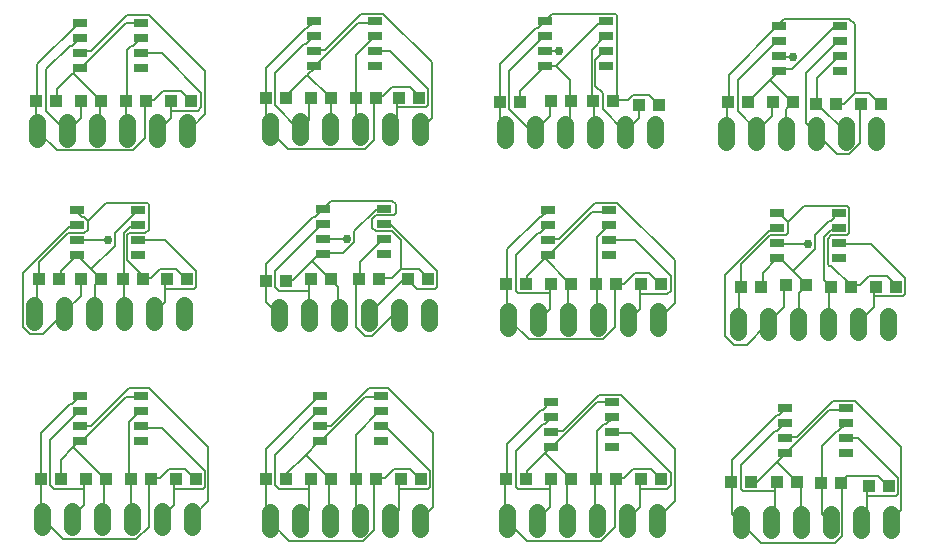
<source format=gbr>
G04 EAGLE Gerber RS-274X export*
G75*
%MOMM*%
%FSLAX34Y34*%
%LPD*%
%INTop Copper*%
%IPPOS*%
%AMOC8*
5,1,8,0,0,1.08239X$1,22.5*%
G01*
%ADD10R,1.100000X1.000000*%
%ADD11R,1.000000X1.100000*%
%ADD12R,1.270000X0.635000*%
%ADD13C,1.408000*%
%ADD14C,0.152400*%
%ADD15C,0.756400*%


D10*
X390Y40640D03*
X17390Y40640D03*
X38490Y40640D03*
X55490Y40640D03*
D11*
X76590Y40640D03*
X93590Y40640D03*
X114690Y40640D03*
X131690Y40640D03*
D12*
X89350Y93980D03*
X89350Y106680D03*
X89350Y81280D03*
X89350Y68580D03*
X37350Y93980D03*
X37350Y106680D03*
X37350Y81280D03*
X37350Y68580D03*
D13*
X77470Y22280D02*
X77470Y8200D01*
X52070Y8200D02*
X52070Y22280D01*
X102870Y22280D02*
X102870Y8200D01*
X128270Y8200D02*
X128270Y22280D01*
X26670Y22280D02*
X26670Y8200D01*
X1270Y8200D02*
X1270Y22280D01*
D12*
X287470Y95250D03*
X287470Y107950D03*
X287470Y82550D03*
X287470Y69850D03*
X235470Y95250D03*
X235470Y107950D03*
X235470Y82550D03*
X235470Y69850D03*
D11*
X270900Y43180D03*
X287900Y43180D03*
X307730Y43180D03*
X324730Y43180D03*
D10*
X194700Y43180D03*
X211700Y43180D03*
X232800Y43180D03*
X249800Y43180D03*
D13*
X274320Y23550D02*
X274320Y9470D01*
X248920Y9470D02*
X248920Y23550D01*
X299720Y23550D02*
X299720Y9470D01*
X325120Y9470D02*
X325120Y23550D01*
X223520Y23550D02*
X223520Y9470D01*
X198120Y9470D02*
X198120Y23550D01*
D12*
X483050Y95250D03*
X483050Y107950D03*
X483050Y82550D03*
X483050Y69850D03*
X431050Y95250D03*
X431050Y107950D03*
X431050Y82550D03*
X431050Y69850D03*
D11*
X471560Y40640D03*
X488560Y40640D03*
X510930Y36830D03*
X527930Y36830D03*
D10*
X392820Y39370D03*
X409820Y39370D03*
X436000Y40640D03*
X453000Y40640D03*
D13*
X473710Y21010D02*
X473710Y6930D01*
X448310Y6930D02*
X448310Y21010D01*
X499110Y21010D02*
X499110Y6930D01*
X524510Y6930D02*
X524510Y21010D01*
X422910Y21010D02*
X422910Y6930D01*
X397510Y6930D02*
X397510Y21010D01*
D12*
X681170Y91440D03*
X681170Y104140D03*
X681170Y78740D03*
X681170Y66040D03*
X629170Y91440D03*
X629170Y104140D03*
X629170Y78740D03*
X629170Y66040D03*
D11*
X698890Y38100D03*
X715890Y38100D03*
X660790Y38100D03*
X677790Y38100D03*
D10*
X585860Y39370D03*
X602860Y39370D03*
X623960Y39370D03*
X640960Y39370D03*
D13*
X660400Y19740D02*
X660400Y5660D01*
X635000Y5660D02*
X635000Y19740D01*
X685800Y19740D02*
X685800Y5660D01*
X711200Y5660D02*
X711200Y19740D01*
X609600Y19740D02*
X609600Y5660D01*
X584200Y5660D02*
X584200Y19740D01*
D12*
X86810Y-64770D03*
X86810Y-52070D03*
X86810Y-77470D03*
X86810Y-90170D03*
X34810Y-64770D03*
X34810Y-52070D03*
X34810Y-77470D03*
X34810Y-90170D03*
D11*
X74050Y-110490D03*
X91050Y-110490D03*
X110880Y-110490D03*
X127880Y-110490D03*
D10*
X2930Y-110490D03*
X19930Y-110490D03*
X38490Y-110490D03*
X55490Y-110490D03*
D13*
X74930Y-132660D02*
X74930Y-146740D01*
X49530Y-146740D02*
X49530Y-132660D01*
X100330Y-132660D02*
X100330Y-146740D01*
X125730Y-146740D02*
X125730Y-132660D01*
X24130Y-132660D02*
X24130Y-146740D01*
X-1270Y-146740D02*
X-1270Y-132660D01*
D12*
X295090Y-63500D03*
X295090Y-50800D03*
X295090Y-76200D03*
X295090Y-88900D03*
X243090Y-63500D03*
X243090Y-50800D03*
X243090Y-76200D03*
X243090Y-88900D03*
D11*
X315350Y-110490D03*
X332350Y-110490D03*
X273440Y-110490D03*
X290440Y-110490D03*
D10*
X194700Y-111760D03*
X211700Y-111760D03*
X232800Y-110490D03*
X249800Y-110490D03*
D13*
X281940Y-133930D02*
X281940Y-148010D01*
X256540Y-148010D02*
X256540Y-133930D01*
X307340Y-133930D02*
X307340Y-148010D01*
X332740Y-148010D02*
X332740Y-133930D01*
X231140Y-133930D02*
X231140Y-148010D01*
X205740Y-148010D02*
X205740Y-133930D01*
D12*
X485590Y-64770D03*
X485590Y-52070D03*
X485590Y-77470D03*
X485590Y-90170D03*
X433590Y-64770D03*
X433590Y-52070D03*
X433590Y-77470D03*
X433590Y-90170D03*
D11*
X474100Y-114300D03*
X491100Y-114300D03*
X512200Y-114300D03*
X529200Y-114300D03*
D10*
X397900Y-114300D03*
X414900Y-114300D03*
X436000Y-114300D03*
X453000Y-114300D03*
D13*
X476250Y-137740D02*
X476250Y-151820D01*
X450850Y-151820D02*
X450850Y-137740D01*
X501650Y-137740D02*
X501650Y-151820D01*
X527050Y-151820D02*
X527050Y-137740D01*
X425450Y-137740D02*
X425450Y-151820D01*
X400050Y-151820D02*
X400050Y-137740D01*
D12*
X679900Y-67310D03*
X679900Y-54610D03*
X679900Y-80010D03*
X679900Y-92710D03*
X627900Y-67310D03*
X627900Y-54610D03*
X627900Y-80010D03*
X627900Y-92710D03*
D11*
X673490Y-116840D03*
X690490Y-116840D03*
X711590Y-116840D03*
X728590Y-116840D03*
D10*
X597290Y-116840D03*
X614290Y-116840D03*
X635390Y-115570D03*
X652390Y-115570D03*
D13*
X670560Y-141550D02*
X670560Y-155630D01*
X645160Y-155630D02*
X645160Y-141550D01*
X695960Y-141550D02*
X695960Y-155630D01*
X721360Y-155630D02*
X721360Y-141550D01*
X619760Y-141550D02*
X619760Y-155630D01*
X594360Y-155630D02*
X594360Y-141550D01*
D12*
X89350Y-222250D03*
X89350Y-209550D03*
X89350Y-234950D03*
X89350Y-247650D03*
X37350Y-222250D03*
X37350Y-209550D03*
X37350Y-234950D03*
X37350Y-247650D03*
D11*
X80400Y-279400D03*
X97400Y-279400D03*
X118500Y-279400D03*
X135500Y-279400D03*
D10*
X4200Y-279400D03*
X21200Y-279400D03*
X42300Y-279400D03*
X59300Y-279400D03*
D13*
X81280Y-306650D02*
X81280Y-320730D01*
X55880Y-320730D02*
X55880Y-306650D01*
X106680Y-306650D02*
X106680Y-320730D01*
X132080Y-320730D02*
X132080Y-306650D01*
X30480Y-306650D02*
X30480Y-320730D01*
X5080Y-320730D02*
X5080Y-306650D01*
D12*
X292550Y-222250D03*
X292550Y-209550D03*
X292550Y-234950D03*
X292550Y-247650D03*
X240550Y-222250D03*
X240550Y-209550D03*
X240550Y-234950D03*
X240550Y-247650D03*
D11*
X270900Y-279400D03*
X287900Y-279400D03*
X309000Y-279400D03*
X326000Y-279400D03*
D10*
X194700Y-279400D03*
X211700Y-279400D03*
X232800Y-279400D03*
X249800Y-279400D03*
D13*
X274320Y-307920D02*
X274320Y-322000D01*
X248920Y-322000D02*
X248920Y-307920D01*
X299720Y-307920D02*
X299720Y-322000D01*
X325120Y-322000D02*
X325120Y-307920D01*
X223520Y-307920D02*
X223520Y-322000D01*
X198120Y-322000D02*
X198120Y-307920D01*
D12*
X488130Y-227330D03*
X488130Y-214630D03*
X488130Y-240030D03*
X488130Y-252730D03*
X436130Y-227330D03*
X436130Y-214630D03*
X436130Y-240030D03*
X436130Y-252730D03*
D11*
X474100Y-279400D03*
X491100Y-279400D03*
X512200Y-279400D03*
X529200Y-279400D03*
D10*
X397900Y-279400D03*
X414900Y-279400D03*
X436000Y-279400D03*
X453000Y-279400D03*
D13*
X474980Y-307920D02*
X474980Y-322000D01*
X449580Y-322000D02*
X449580Y-307920D01*
X500380Y-307920D02*
X500380Y-322000D01*
X525780Y-322000D02*
X525780Y-307920D01*
X424180Y-307920D02*
X424180Y-322000D01*
X398780Y-322000D02*
X398780Y-307920D01*
D12*
X686250Y-232410D03*
X686250Y-219710D03*
X686250Y-245110D03*
X686250Y-257810D03*
X634250Y-232410D03*
X634250Y-219710D03*
X634250Y-245110D03*
X634250Y-257810D03*
D11*
X664600Y-283210D03*
X681600Y-283210D03*
X705240Y-285750D03*
X722240Y-285750D03*
D10*
X588400Y-281940D03*
X605400Y-281940D03*
X627770Y-281940D03*
X644770Y-281940D03*
D13*
X673100Y-309190D02*
X673100Y-323270D01*
X647700Y-323270D02*
X647700Y-309190D01*
X698500Y-309190D02*
X698500Y-323270D01*
X723900Y-323270D02*
X723900Y-309190D01*
X622300Y-309190D02*
X622300Y-323270D01*
X596900Y-323270D02*
X596900Y-309190D01*
D14*
X295656Y-278892D02*
X288036Y-278892D01*
X295656Y-278892D02*
X303276Y-271272D01*
X316992Y-271272D01*
X324612Y-278892D01*
X288036Y-278892D02*
X287900Y-279400D01*
X324612Y-278892D02*
X326000Y-279400D01*
X195072Y-280416D02*
X195072Y-310896D01*
X198120Y-313944D01*
X195072Y-280416D02*
X194700Y-279400D01*
X198120Y-313944D02*
X198120Y-314960D01*
X195072Y-254508D02*
X239268Y-210312D01*
X195072Y-254508D02*
X195072Y-278892D01*
X239268Y-210312D02*
X240550Y-209550D01*
X195072Y-278892D02*
X194700Y-279400D01*
X286512Y-280416D02*
X286512Y-323088D01*
X277368Y-332232D01*
X214884Y-332232D01*
X198120Y-315468D01*
X286512Y-280416D02*
X287900Y-279400D01*
X198120Y-314960D02*
X198120Y-315468D01*
X97536Y-109728D02*
X91440Y-109728D01*
X97536Y-109728D02*
X105156Y-102108D01*
X118872Y-102108D01*
X126492Y-109728D01*
X91440Y-109728D02*
X91050Y-110490D01*
X126492Y-109728D02*
X127880Y-110490D01*
X1524Y-111252D02*
X1524Y-137160D01*
X0Y-138684D01*
X1524Y-111252D02*
X2930Y-110490D01*
X0Y-138684D02*
X-1270Y-139700D01*
X39624Y-57912D02*
X35052Y-53340D01*
X39624Y-57912D02*
X41148Y-57912D01*
X44196Y-60960D01*
X44196Y-68580D01*
X41148Y-71628D01*
X27432Y-71628D01*
X3048Y-96012D01*
X3048Y-109728D01*
X35052Y-53340D02*
X34810Y-52070D01*
X3048Y-109728D02*
X2930Y-110490D01*
X89916Y-109728D02*
X89916Y-106680D01*
X77724Y-94488D01*
X77724Y-73152D01*
X79248Y-71628D01*
X92964Y-71628D01*
X96012Y-68580D01*
X96012Y-47244D01*
X94488Y-45720D01*
X59436Y-45720D01*
X44196Y-60960D01*
X89916Y-109728D02*
X91050Y-110490D01*
X94488Y41148D02*
X100584Y41148D01*
X108204Y48768D01*
X123444Y48768D01*
X131064Y41148D01*
X94488Y41148D02*
X93590Y40640D01*
X131064Y41148D02*
X131690Y40640D01*
X0Y39624D02*
X0Y15240D01*
X0Y39624D02*
X390Y40640D01*
X0Y15240D02*
X1270Y15240D01*
X1524Y71628D02*
X36576Y106680D01*
X1524Y71628D02*
X1524Y41148D01*
X36576Y106680D02*
X37350Y106680D01*
X1524Y41148D02*
X390Y40640D01*
X92964Y39624D02*
X92964Y9144D01*
X82296Y-1524D01*
X18288Y-1524D01*
X1524Y15240D01*
X92964Y39624D02*
X93590Y40640D01*
X1524Y15240D02*
X1270Y15240D01*
X291084Y-109728D02*
X301752Y-109728D01*
X309372Y-102108D01*
X324612Y-102108D01*
X332232Y-109728D01*
X291084Y-109728D02*
X290440Y-110490D01*
X332232Y-109728D02*
X332350Y-110490D01*
X195072Y-112776D02*
X195072Y-129540D01*
X205740Y-140208D01*
X195072Y-112776D02*
X194700Y-111760D01*
X205740Y-140208D02*
X205740Y-140970D01*
X236220Y-57912D02*
X242316Y-51816D01*
X236220Y-57912D02*
X234696Y-57912D01*
X195072Y-97536D01*
X195072Y-111252D01*
X242316Y-51816D02*
X243090Y-50800D01*
X195072Y-111252D02*
X194700Y-111760D01*
X309372Y-102108D02*
X309372Y-77724D01*
X301752Y-70104D01*
X288036Y-70104D01*
X284988Y-67056D01*
X284988Y-59436D01*
X288036Y-56388D01*
X303276Y-56388D01*
X304800Y-54864D01*
X304800Y-47244D01*
X301752Y-44196D01*
X249936Y-44196D01*
X243840Y-50292D01*
X243090Y-50800D01*
X492252Y-278892D02*
X498348Y-278892D01*
X505968Y-271272D01*
X521208Y-271272D01*
X528828Y-278892D01*
X492252Y-278892D02*
X491100Y-279400D01*
X528828Y-278892D02*
X529200Y-279400D01*
X397764Y-280416D02*
X397764Y-313944D01*
X397764Y-280416D02*
X397900Y-279400D01*
X397764Y-313944D02*
X398780Y-314960D01*
X429768Y-220980D02*
X435864Y-214884D01*
X429768Y-220980D02*
X428244Y-220980D01*
X399288Y-249936D01*
X399288Y-278892D01*
X435864Y-214884D02*
X436130Y-214630D01*
X399288Y-278892D02*
X397900Y-279400D01*
X490728Y-280416D02*
X490728Y-320040D01*
X478536Y-332232D01*
X416052Y-332232D01*
X398780Y-314960D01*
X490728Y-280416D02*
X491100Y-279400D01*
X105156Y-278892D02*
X97536Y-278892D01*
X105156Y-278892D02*
X112776Y-271272D01*
X126492Y-271272D01*
X134112Y-278892D01*
X97536Y-278892D02*
X97400Y-279400D01*
X134112Y-278892D02*
X135500Y-279400D01*
X4572Y-280416D02*
X4572Y-312420D01*
X4572Y-280416D02*
X4200Y-279400D01*
X4572Y-312420D02*
X5080Y-313690D01*
X30480Y-216408D02*
X36576Y-210312D01*
X30480Y-216408D02*
X28956Y-216408D01*
X4572Y-240792D01*
X4572Y-278892D01*
X36576Y-210312D02*
X37350Y-209550D01*
X4572Y-278892D02*
X4200Y-279400D01*
X96012Y-280416D02*
X96012Y-320040D01*
X85344Y-330708D01*
X22860Y-330708D01*
X6096Y-313944D01*
X96012Y-280416D02*
X97400Y-279400D01*
X6096Y-313944D02*
X5080Y-313690D01*
X288036Y44196D02*
X294132Y44196D01*
X301752Y51816D01*
X316992Y51816D01*
X324612Y44196D01*
X288036Y44196D02*
X287900Y43180D01*
X324612Y44196D02*
X324730Y43180D01*
X195072Y42672D02*
X195072Y19812D01*
X198120Y16764D01*
X195072Y42672D02*
X194700Y43180D01*
X198120Y16764D02*
X198120Y16510D01*
X230124Y102108D02*
X234696Y106680D01*
X230124Y102108D02*
X228600Y102108D01*
X195072Y68580D01*
X195072Y44196D01*
X234696Y106680D02*
X235470Y107950D01*
X195072Y44196D02*
X194700Y43180D01*
X286512Y42672D02*
X286512Y7620D01*
X278892Y0D01*
X213360Y0D01*
X198120Y15240D01*
X286512Y42672D02*
X287900Y43180D01*
X198120Y16510D02*
X198120Y15240D01*
X713232Y-277368D02*
X720852Y-284988D01*
X713232Y-277368D02*
X687324Y-277368D01*
X682752Y-281940D01*
X720852Y-284988D02*
X722240Y-285750D01*
X682752Y-281940D02*
X681600Y-283210D01*
X589788Y-281940D02*
X589788Y-309372D01*
X595884Y-315468D01*
X596900Y-316230D01*
X629412Y-225552D02*
X633984Y-220980D01*
X629412Y-225552D02*
X627888Y-225552D01*
X589788Y-263652D01*
X589788Y-281940D01*
X633984Y-220980D02*
X634250Y-219710D01*
X589788Y-281940D02*
X588400Y-281940D01*
X682752Y-283464D02*
X682752Y-327660D01*
X676656Y-333756D01*
X614172Y-333756D01*
X597408Y-316992D01*
X681600Y-283210D02*
X682752Y-283464D01*
X597408Y-316992D02*
X596900Y-316230D01*
X498348Y-114300D02*
X491100Y-114300D01*
X498348Y-114300D02*
X507492Y-105156D01*
X519684Y-105156D01*
X528828Y-114300D01*
X529200Y-114300D01*
X399288Y-114300D02*
X399288Y-144780D01*
X400050Y-144780D01*
X428244Y-57912D02*
X432816Y-53340D01*
X428244Y-57912D02*
X426720Y-57912D01*
X399288Y-85344D01*
X399288Y-114300D01*
X432816Y-53340D02*
X433590Y-52070D01*
X399288Y-114300D02*
X397900Y-114300D01*
X490728Y-114300D02*
X490728Y-150876D01*
X480060Y-161544D01*
X417576Y-161544D01*
X400812Y-144780D01*
X490728Y-114300D02*
X491100Y-114300D01*
X400812Y-144780D02*
X400050Y-144780D01*
X492252Y41148D02*
X501396Y41148D01*
X492252Y41148D02*
X489204Y41148D01*
X501396Y41148D02*
X505968Y45720D01*
X519684Y45720D01*
X527304Y38100D01*
X489204Y41148D02*
X488560Y40640D01*
X527304Y38100D02*
X527930Y36830D01*
X393192Y38100D02*
X393192Y18288D01*
X397510Y13970D01*
X393192Y38100D02*
X392820Y39370D01*
X425196Y102108D02*
X429768Y106680D01*
X425196Y102108D02*
X423672Y102108D01*
X393192Y71628D01*
X393192Y39624D01*
X429768Y106680D02*
X431050Y107950D01*
X393192Y39624D02*
X392820Y39370D01*
X492252Y41148D02*
X492252Y112776D01*
X490728Y114300D01*
X437388Y114300D01*
X431292Y108204D01*
X488560Y40640D02*
X492252Y41148D01*
X431050Y107950D02*
X431292Y108204D01*
X691896Y-115824D02*
X697992Y-115824D01*
X705612Y-108204D01*
X720852Y-108204D01*
X728472Y-115824D01*
X691896Y-115824D02*
X690490Y-116840D01*
X728472Y-115824D02*
X728590Y-116840D01*
X595884Y-117348D02*
X595884Y-146304D01*
X594360Y-147828D01*
X595884Y-117348D02*
X597290Y-116840D01*
X594360Y-147828D02*
X594360Y-148590D01*
X637032Y-62484D02*
X629412Y-54864D01*
X637032Y-62484D02*
X637032Y-71628D01*
X635508Y-73152D01*
X621792Y-73152D01*
X597408Y-97536D01*
X597408Y-115824D01*
X627900Y-54610D02*
X629412Y-54864D01*
X597408Y-115824D02*
X597290Y-116840D01*
X673608Y-99060D02*
X690372Y-115824D01*
X673608Y-99060D02*
X672084Y-99060D01*
X670560Y-97536D01*
X670560Y-76200D01*
X673608Y-73152D01*
X687324Y-73152D01*
X688848Y-71628D01*
X688848Y-50292D01*
X687324Y-48768D01*
X650748Y-48768D01*
X637032Y-62484D01*
X690372Y-115824D02*
X690490Y-116840D01*
X684276Y38100D02*
X677790Y38100D01*
X684276Y38100D02*
X693420Y47244D01*
X705612Y47244D01*
X714756Y38100D01*
X715890Y38100D01*
X585216Y38100D02*
X585216Y13716D01*
X585216Y38100D02*
X585860Y39370D01*
X585216Y13716D02*
X584200Y12700D01*
X586740Y62484D02*
X627888Y103632D01*
X586740Y62484D02*
X586740Y39624D01*
X627888Y103632D02*
X629170Y104140D01*
X586740Y39624D02*
X585860Y39370D01*
X693420Y47244D02*
X693420Y105156D01*
X688848Y109728D01*
X633984Y109728D01*
X629412Y105156D01*
X629170Y104140D01*
X231648Y-288036D02*
X231648Y-306324D01*
X231648Y-288036D02*
X231648Y-280416D01*
X231648Y-306324D02*
X224028Y-313944D01*
X231648Y-280416D02*
X232800Y-279400D01*
X224028Y-313944D02*
X223520Y-314960D01*
X202692Y-259080D02*
X239268Y-222504D01*
X202692Y-259080D02*
X202692Y-284988D01*
X205740Y-288036D01*
X231648Y-288036D01*
X239268Y-222504D02*
X240550Y-222250D01*
X38100Y-124968D02*
X38100Y-111252D01*
X38100Y-124968D02*
X24384Y-138684D01*
X38100Y-111252D02*
X38490Y-110490D01*
X24384Y-138684D02*
X24130Y-139700D01*
X28956Y-65532D02*
X33528Y-65532D01*
X28956Y-65532D02*
X-10668Y-105156D01*
X-10668Y-150876D01*
X-4572Y-156972D01*
X6096Y-156972D01*
X22860Y-140208D01*
X33528Y-65532D02*
X34810Y-64770D01*
X24130Y-139700D02*
X22860Y-140208D01*
X38100Y25908D02*
X38100Y39624D01*
X38100Y25908D02*
X27432Y15240D01*
X38100Y39624D02*
X38490Y40640D01*
X27432Y15240D02*
X26670Y15240D01*
X30480Y86868D02*
X36576Y92964D01*
X30480Y86868D02*
X28956Y86868D01*
X9144Y67056D01*
X9144Y32004D01*
X25908Y15240D01*
X36576Y92964D02*
X37350Y93980D01*
X26670Y15240D02*
X25908Y15240D01*
X41148Y-288036D02*
X41148Y-301752D01*
X41148Y-288036D02*
X41148Y-280416D01*
X41148Y-301752D02*
X30480Y-312420D01*
X41148Y-280416D02*
X42300Y-279400D01*
X30480Y-312420D02*
X30480Y-313690D01*
X12192Y-246888D02*
X36576Y-222504D01*
X12192Y-246888D02*
X12192Y-284988D01*
X15240Y-288036D01*
X41148Y-288036D01*
X36576Y-222504D02*
X37350Y-222250D01*
X231648Y-140208D02*
X231648Y-120396D01*
X231648Y-111252D01*
X232800Y-110490D01*
X231648Y-140208D02*
X231140Y-140970D01*
X202692Y-103632D02*
X242316Y-64008D01*
X202692Y-103632D02*
X202692Y-117348D01*
X205740Y-120396D01*
X231648Y-120396D01*
X242316Y-64008D02*
X243090Y-63500D01*
X435864Y-288036D02*
X435864Y-303276D01*
X435864Y-288036D02*
X435864Y-280416D01*
X435864Y-303276D02*
X424180Y-314960D01*
X435864Y-280416D02*
X436000Y-279400D01*
X431292Y-233172D02*
X435864Y-228600D01*
X431292Y-233172D02*
X429768Y-233172D01*
X406908Y-256032D01*
X406908Y-286512D01*
X408432Y-288036D01*
X435864Y-288036D01*
X435864Y-228600D02*
X436130Y-227330D01*
X231648Y24384D02*
X231648Y42672D01*
X231648Y24384D02*
X224028Y16764D01*
X231648Y42672D02*
X232800Y43180D01*
X224028Y16764D02*
X223520Y16510D01*
X228600Y88392D02*
X234696Y94488D01*
X228600Y88392D02*
X227076Y88392D01*
X202692Y64008D01*
X202692Y36576D01*
X222504Y16764D01*
X234696Y94488D02*
X235470Y95250D01*
X222504Y16764D02*
X223520Y16510D01*
X626364Y-289560D02*
X626364Y-312420D01*
X626364Y-289560D02*
X626364Y-281940D01*
X626364Y-312420D02*
X623316Y-315468D01*
X626364Y-281940D02*
X627770Y-281940D01*
X623316Y-315468D02*
X622300Y-316230D01*
X627888Y-239268D02*
X633984Y-233172D01*
X627888Y-239268D02*
X626364Y-239268D01*
X597408Y-268224D01*
X597408Y-288036D01*
X598932Y-289560D01*
X626364Y-289560D01*
X633984Y-233172D02*
X634250Y-232410D01*
X435864Y-135636D02*
X435864Y-121920D01*
X435864Y-114300D01*
X435864Y-135636D02*
X426720Y-144780D01*
X435864Y-114300D02*
X436000Y-114300D01*
X426720Y-144780D02*
X425450Y-144780D01*
X426720Y-71628D02*
X432816Y-65532D01*
X426720Y-71628D02*
X425196Y-71628D01*
X406908Y-89916D01*
X406908Y-120396D01*
X408432Y-121920D01*
X435864Y-121920D01*
X432816Y-65532D02*
X433590Y-64770D01*
X435864Y27432D02*
X435864Y39624D01*
X435864Y27432D02*
X423672Y15240D01*
X435864Y39624D02*
X436000Y40640D01*
X423672Y15240D02*
X422910Y13970D01*
X400812Y65532D02*
X429768Y94488D01*
X400812Y65532D02*
X400812Y33528D01*
X419100Y15240D01*
X422148Y15240D01*
X429768Y94488D02*
X431050Y95250D01*
X422148Y15240D02*
X422910Y13970D01*
X633984Y-115824D02*
X633984Y-134112D01*
X620268Y-147828D01*
X633984Y-115824D02*
X635390Y-115570D01*
X620268Y-147828D02*
X619760Y-148590D01*
X621792Y-68580D02*
X627888Y-68580D01*
X621792Y-68580D02*
X583692Y-106680D01*
X583692Y-158496D01*
X591312Y-166116D01*
X601980Y-166116D01*
X618744Y-149352D01*
X627888Y-68580D02*
X627900Y-67310D01*
X619760Y-148590D02*
X618744Y-149352D01*
X623316Y27432D02*
X623316Y38100D01*
X611124Y15240D02*
X609600Y13716D01*
X611124Y15240D02*
X623316Y27432D01*
X623316Y38100D02*
X623960Y39370D01*
X609600Y13716D02*
X609600Y12700D01*
X594360Y57912D02*
X627888Y91440D01*
X594360Y57912D02*
X594360Y32004D01*
X611124Y15240D01*
X627888Y91440D02*
X629170Y91440D01*
X611124Y15240D02*
X609600Y12700D01*
X452628Y18288D02*
X452628Y39624D01*
X452628Y18288D02*
X448310Y13970D01*
X452628Y39624D02*
X453000Y40640D01*
X409956Y39624D02*
X409956Y48768D01*
X429768Y68580D01*
X409956Y39624D02*
X409820Y39370D01*
X429768Y68580D02*
X431050Y69850D01*
X477012Y106680D02*
X481584Y106680D01*
X477012Y106680D02*
X440436Y70104D01*
X431292Y70104D01*
X481584Y106680D02*
X483050Y107950D01*
X431292Y70104D02*
X431050Y69850D01*
X452628Y57912D02*
X452628Y41148D01*
X452628Y57912D02*
X440436Y70104D01*
X452628Y41148D02*
X453000Y40640D01*
X54864Y39624D02*
X54864Y16764D01*
X53340Y15240D01*
X54864Y39624D02*
X55490Y40640D01*
X53340Y15240D02*
X52070Y15240D01*
X18288Y41148D02*
X18288Y50292D01*
X32004Y64008D02*
X36576Y68580D01*
X32004Y64008D02*
X18288Y50292D01*
X18288Y41148D02*
X17390Y40640D01*
X36576Y68580D02*
X37350Y68580D01*
X76200Y106680D02*
X89350Y106680D01*
X76200Y106680D02*
X38100Y68580D01*
X37350Y68580D01*
X32004Y64008D02*
X54864Y41148D01*
X55490Y40640D01*
X249936Y42672D02*
X249936Y16764D01*
X249936Y42672D02*
X249800Y43180D01*
X249936Y16764D02*
X248920Y16510D01*
X230124Y62484D02*
X236220Y68580D01*
X230124Y62484D02*
X211836Y44196D01*
X211700Y43180D01*
X236220Y68580D02*
X235470Y69850D01*
X272796Y106680D02*
X286512Y106680D01*
X272796Y106680D02*
X236220Y70104D01*
X286512Y106680D02*
X287470Y107950D01*
X236220Y70104D02*
X235470Y69850D01*
X230124Y62484D02*
X248412Y44196D01*
X249800Y43180D01*
X57912Y-280416D02*
X57912Y-310896D01*
X56388Y-312420D01*
X57912Y-280416D02*
X59300Y-279400D01*
X56388Y-312420D02*
X55880Y-313690D01*
X21336Y-278892D02*
X21336Y-263652D01*
X32004Y-252984D02*
X36576Y-248412D01*
X32004Y-252984D02*
X21336Y-263652D01*
X21336Y-278892D02*
X21200Y-279400D01*
X36576Y-248412D02*
X37350Y-247650D01*
X76200Y-210312D02*
X88392Y-210312D01*
X76200Y-210312D02*
X38100Y-248412D01*
X88392Y-210312D02*
X89350Y-209550D01*
X38100Y-248412D02*
X37350Y-247650D01*
X32004Y-252984D02*
X57912Y-278892D01*
X59300Y-279400D01*
X211836Y-278892D02*
X211836Y-275844D01*
X228600Y-259080D02*
X239268Y-248412D01*
X228600Y-259080D02*
X211836Y-275844D01*
X211836Y-278892D02*
X211700Y-279400D01*
X239268Y-248412D02*
X240550Y-247650D01*
X228600Y-259080D02*
X248412Y-278892D01*
X249800Y-279400D01*
X278892Y-210312D02*
X291084Y-210312D01*
X278892Y-210312D02*
X240792Y-248412D01*
X291084Y-210312D02*
X292550Y-209550D01*
X240550Y-247650D02*
X240792Y-248412D01*
X248412Y-280416D02*
X248412Y-313944D01*
X248920Y-314960D01*
X248412Y-280416D02*
X249800Y-279400D01*
X21336Y-109728D02*
X21336Y-103632D01*
X33528Y-91440D01*
X21336Y-109728D02*
X19930Y-110490D01*
X33528Y-91440D02*
X34810Y-90170D01*
X35052Y-89916D02*
X47244Y-102108D01*
X54864Y-109728D01*
X55490Y-110490D01*
X34810Y-90170D02*
X35052Y-89916D01*
X67056Y-71628D02*
X85344Y-53340D01*
X67056Y-71628D02*
X67056Y-82296D01*
X47244Y-102108D01*
X85344Y-53340D02*
X86810Y-52070D01*
X50292Y-115824D02*
X50292Y-138684D01*
X50292Y-115824D02*
X54864Y-111252D01*
X50292Y-138684D02*
X49530Y-139700D01*
X54864Y-111252D02*
X55490Y-110490D01*
X416052Y-272796D02*
X416052Y-278892D01*
X431292Y-257556D02*
X435864Y-252984D01*
X431292Y-257556D02*
X416052Y-272796D01*
X416052Y-278892D02*
X414900Y-279400D01*
X435864Y-252984D02*
X436130Y-252730D01*
X431292Y-257556D02*
X452628Y-278892D01*
X453000Y-279400D01*
X475488Y-214884D02*
X487680Y-214884D01*
X475488Y-214884D02*
X437388Y-252984D01*
X487680Y-214884D02*
X488130Y-214630D01*
X437388Y-252984D02*
X436130Y-252730D01*
X449580Y-283464D02*
X449580Y-314960D01*
X449580Y-283464D02*
X452628Y-280416D01*
X453000Y-279400D01*
X217932Y-111252D02*
X211836Y-111252D01*
X233172Y-96012D02*
X239268Y-89916D01*
X233172Y-96012D02*
X217932Y-111252D01*
X239268Y-89916D02*
X242316Y-89916D01*
X211836Y-111252D02*
X211700Y-111760D01*
X242316Y-89916D02*
X243090Y-88900D01*
X234696Y-96012D02*
X248412Y-109728D01*
X234696Y-96012D02*
X233172Y-96012D01*
X248412Y-109728D02*
X249800Y-110490D01*
X288036Y-51816D02*
X294132Y-51816D01*
X288036Y-51816D02*
X269748Y-70104D01*
X269748Y-79248D01*
X260604Y-88392D01*
X243840Y-88392D01*
X294132Y-51816D02*
X295090Y-50800D01*
X243840Y-88392D02*
X243090Y-88900D01*
X256032Y-117348D02*
X256032Y-140208D01*
X256032Y-117348D02*
X249936Y-111252D01*
X256032Y-140208D02*
X256540Y-140970D01*
X249936Y-111252D02*
X249800Y-110490D01*
X416052Y-108204D02*
X416052Y-114300D01*
X431292Y-92964D02*
X432816Y-91440D01*
X431292Y-92964D02*
X416052Y-108204D01*
X416052Y-114300D02*
X414900Y-114300D01*
X432816Y-91440D02*
X433590Y-90170D01*
X431292Y-92964D02*
X451104Y-112776D01*
X452628Y-114300D01*
X453000Y-114300D01*
X431292Y-92964D02*
X433590Y-90170D01*
X470916Y-53340D02*
X484632Y-53340D01*
X470916Y-53340D02*
X434340Y-89916D01*
X484632Y-53340D02*
X485590Y-52070D01*
X434340Y-89916D02*
X433590Y-90170D01*
X451104Y-112776D02*
X451104Y-144780D01*
X450850Y-144780D01*
X453000Y-114300D02*
X451104Y-112776D01*
X605400Y-281940D02*
X611124Y-281940D01*
X627888Y-265176D02*
X633984Y-259080D01*
X627888Y-265176D02*
X611124Y-281940D01*
X633984Y-259080D02*
X634250Y-257810D01*
X627888Y-265176D02*
X644652Y-281940D01*
X644770Y-281940D01*
X672084Y-220980D02*
X685800Y-220980D01*
X672084Y-220980D02*
X635508Y-257556D01*
X685800Y-220980D02*
X686250Y-219710D01*
X635508Y-257556D02*
X634250Y-257810D01*
X647700Y-283464D02*
X647700Y-316230D01*
X647700Y-283464D02*
X646176Y-281940D01*
X644770Y-281940D01*
X615696Y-115824D02*
X615696Y-105156D01*
X627888Y-92964D01*
X615696Y-115824D02*
X614290Y-116840D01*
X627888Y-92964D02*
X627900Y-92710D01*
X629412Y-91440D02*
X641604Y-103632D01*
X652272Y-114300D01*
X652390Y-115570D01*
X629412Y-91440D02*
X627900Y-92710D01*
X673608Y-60960D02*
X679704Y-54864D01*
X673608Y-60960D02*
X672084Y-60960D01*
X659892Y-73152D01*
X659892Y-85344D01*
X641604Y-103632D01*
X679704Y-54864D02*
X679900Y-54610D01*
X646176Y-121920D02*
X646176Y-147828D01*
X646176Y-121920D02*
X652272Y-115824D01*
X646176Y-147828D02*
X645160Y-148590D01*
X652272Y-115824D02*
X652390Y-115570D01*
X621792Y57912D02*
X629412Y65532D01*
X621792Y57912D02*
X603504Y39624D01*
X602860Y39370D01*
X629412Y65532D02*
X629170Y66040D01*
X621792Y57912D02*
X640080Y39624D01*
X640960Y39370D01*
X676656Y103632D02*
X679704Y103632D01*
X676656Y103632D02*
X640080Y67056D01*
X629412Y67056D01*
X679704Y103632D02*
X681170Y104140D01*
X629412Y67056D02*
X629170Y66040D01*
X635508Y33528D02*
X635508Y13716D01*
X635508Y33528D02*
X640080Y38100D01*
X635508Y13716D02*
X635000Y12700D01*
X640080Y38100D02*
X640960Y39370D01*
X249936Y-234696D02*
X240792Y-234696D01*
X249936Y-234696D02*
X281940Y-202692D01*
X298704Y-202692D01*
X336804Y-240792D01*
X336804Y-303276D01*
X325120Y-314960D01*
X240792Y-234696D02*
X240550Y-234950D01*
X60960Y-77724D02*
X35052Y-77724D01*
X34810Y-77470D01*
D15*
X60960Y-77724D03*
D14*
X47244Y82296D02*
X38100Y82296D01*
X47244Y82296D02*
X77724Y112776D01*
X96012Y112776D01*
X143256Y65532D01*
X143256Y28956D01*
X129540Y15240D01*
X38100Y82296D02*
X37350Y81280D01*
X128270Y15240D02*
X129540Y15240D01*
X243090Y-76200D02*
X263652Y-76200D01*
D15*
X263652Y-76200D03*
D14*
X437388Y-239268D02*
X446532Y-239268D01*
X477012Y-208788D01*
X495300Y-208788D01*
X541020Y-254508D01*
X541020Y-298704D01*
X525780Y-313944D01*
X437388Y-239268D02*
X436130Y-240030D01*
X525780Y-313944D02*
X525780Y-314960D01*
X47244Y-234696D02*
X38100Y-234696D01*
X47244Y-234696D02*
X79248Y-202692D01*
X96012Y-202692D01*
X146304Y-252984D01*
X146304Y-298704D01*
X132588Y-312420D01*
X38100Y-234696D02*
X37350Y-234950D01*
X132588Y-312420D02*
X132080Y-313690D01*
X236220Y83820D02*
X245364Y83820D01*
X275844Y114300D01*
X294132Y114300D01*
X335280Y73152D01*
X335280Y25908D01*
X326136Y16764D01*
X235470Y82550D02*
X236220Y83820D01*
X325120Y16510D02*
X326136Y16764D01*
X434340Y-76200D02*
X443484Y-76200D01*
X473964Y-45720D01*
X492252Y-45720D01*
X541020Y-94488D01*
X541020Y-131064D01*
X527304Y-144780D01*
X433590Y-77470D02*
X434340Y-76200D01*
X527050Y-144780D02*
X527304Y-144780D01*
X635508Y-243840D02*
X644652Y-243840D01*
X675132Y-213360D01*
X693420Y-213360D01*
X733044Y-252984D01*
X733044Y-306324D01*
X723900Y-315468D01*
X635508Y-243840D02*
X634250Y-245110D01*
X723900Y-315468D02*
X723900Y-316230D01*
X443484Y82296D02*
X431292Y82296D01*
X431050Y82550D01*
D15*
X443484Y82296D03*
D14*
X629412Y-80772D02*
X653796Y-80772D01*
X629412Y-80772D02*
X627900Y-80010D01*
D15*
X653796Y-80772D03*
D14*
X641604Y77724D02*
X629412Y77724D01*
X629170Y78740D01*
D15*
X641604Y77724D03*
D14*
X74676Y-111252D02*
X74676Y-138684D01*
X74676Y-111252D02*
X74050Y-110490D01*
X74676Y-138684D02*
X74930Y-139700D01*
X80772Y-65532D02*
X85344Y-65532D01*
X80772Y-65532D02*
X74676Y-71628D01*
X74676Y-109728D01*
X85344Y-65532D02*
X86810Y-64770D01*
X74676Y-109728D02*
X74050Y-110490D01*
X271272Y-280416D02*
X271272Y-310896D01*
X274320Y-313944D01*
X271272Y-280416D02*
X270900Y-279400D01*
X274320Y-313944D02*
X274320Y-314960D01*
X271272Y-242316D02*
X291084Y-222504D01*
X271272Y-242316D02*
X271272Y-278892D01*
X291084Y-222504D02*
X292550Y-222250D01*
X271272Y-278892D02*
X270900Y-279400D01*
X80772Y-280416D02*
X80772Y-312420D01*
X80772Y-280416D02*
X80400Y-279400D01*
X80772Y-312420D02*
X81280Y-313690D01*
X79248Y-231648D02*
X88392Y-222504D01*
X79248Y-231648D02*
X79248Y-278892D01*
X88392Y-222504D02*
X89350Y-222250D01*
X79248Y-278892D02*
X80400Y-279400D01*
X76200Y15240D02*
X76200Y39624D01*
X76590Y40640D01*
X76200Y15240D02*
X77470Y15240D01*
X82296Y86868D02*
X88392Y92964D01*
X82296Y86868D02*
X80772Y86868D01*
X77724Y83820D01*
X77724Y41148D01*
X88392Y92964D02*
X89350Y93980D01*
X77724Y41148D02*
X76590Y40640D01*
X310896Y-111252D02*
X313944Y-111252D01*
X310896Y-111252D02*
X281940Y-140208D01*
X313944Y-111252D02*
X315350Y-110490D01*
X281940Y-140208D02*
X281940Y-140970D01*
X295656Y-64008D02*
X300228Y-64008D01*
X339852Y-103632D01*
X339852Y-117348D01*
X338328Y-118872D01*
X323088Y-118872D01*
X315468Y-111252D01*
X295656Y-64008D02*
X295090Y-63500D01*
X315350Y-110490D02*
X315468Y-111252D01*
X473964Y-280416D02*
X473964Y-313944D01*
X473964Y-280416D02*
X474100Y-279400D01*
X473964Y-313944D02*
X474980Y-314960D01*
X483108Y-233172D02*
X487680Y-228600D01*
X483108Y-233172D02*
X481584Y-233172D01*
X475488Y-239268D01*
X475488Y-278892D01*
X487680Y-228600D02*
X488130Y-227330D01*
X475488Y-278892D02*
X474100Y-279400D01*
X271272Y19812D02*
X271272Y42672D01*
X271272Y19812D02*
X274320Y16764D01*
X271272Y42672D02*
X270900Y43180D01*
X274320Y16764D02*
X274320Y16510D01*
X271272Y79248D02*
X286512Y94488D01*
X271272Y79248D02*
X271272Y44196D01*
X286512Y94488D02*
X287470Y95250D01*
X271272Y44196D02*
X270900Y43180D01*
X475488Y-114300D02*
X475488Y-144780D01*
X476250Y-144780D01*
X475488Y-74676D02*
X484632Y-65532D01*
X475488Y-74676D02*
X475488Y-114300D01*
X484632Y-65532D02*
X485590Y-64770D01*
X475488Y-114300D02*
X474100Y-114300D01*
X665988Y-283464D02*
X665988Y-309372D01*
X672084Y-315468D01*
X665988Y-283464D02*
X664600Y-283210D01*
X672084Y-315468D02*
X673100Y-316230D01*
X679704Y-239268D02*
X685800Y-233172D01*
X679704Y-239268D02*
X678180Y-239268D01*
X665988Y-251460D01*
X665988Y-281940D01*
X685800Y-233172D02*
X686250Y-232410D01*
X665988Y-281940D02*
X664600Y-283210D01*
X472440Y15240D02*
X472440Y39624D01*
X471560Y40640D01*
X472440Y15240D02*
X473710Y13970D01*
X470916Y83820D02*
X481584Y94488D01*
X470916Y83820D02*
X470916Y41148D01*
X481584Y94488D02*
X483050Y95250D01*
X470916Y41148D02*
X471560Y40640D01*
X672084Y-117348D02*
X672084Y-146304D01*
X670560Y-147828D01*
X672084Y-117348D02*
X673490Y-116840D01*
X670560Y-147828D02*
X670560Y-148590D01*
X673608Y-68580D02*
X679704Y-68580D01*
X673608Y-68580D02*
X667512Y-74676D01*
X667512Y-111252D01*
X672084Y-115824D01*
X679704Y-68580D02*
X679900Y-67310D01*
X672084Y-115824D02*
X673490Y-116840D01*
X697992Y4572D02*
X697992Y38100D01*
X697992Y4572D02*
X688848Y-4572D01*
X678180Y-4572D01*
X661416Y12192D01*
X697992Y38100D02*
X698890Y38100D01*
X661416Y12192D02*
X660400Y12700D01*
X652272Y64008D02*
X679704Y91440D01*
X652272Y64008D02*
X652272Y21336D01*
X659892Y13716D01*
X679704Y91440D02*
X681170Y91440D01*
X659892Y13716D02*
X660400Y12700D01*
X109728Y-118872D02*
X109728Y-129540D01*
X109728Y-118872D02*
X109728Y-111252D01*
X109728Y-129540D02*
X100584Y-138684D01*
X109728Y-111252D02*
X110880Y-110490D01*
X100584Y-138684D02*
X100330Y-139700D01*
X109728Y-77724D02*
X86868Y-77724D01*
X109728Y-77724D02*
X135636Y-103632D01*
X135636Y-117348D01*
X134112Y-118872D01*
X109728Y-118872D01*
X86868Y-77724D02*
X86810Y-77470D01*
X307848Y-288036D02*
X307848Y-306324D01*
X307848Y-288036D02*
X307848Y-280416D01*
X307848Y-306324D02*
X300228Y-313944D01*
X307848Y-280416D02*
X309000Y-279400D01*
X300228Y-313944D02*
X299720Y-314960D01*
X297180Y-236220D02*
X292608Y-236220D01*
X297180Y-236220D02*
X333756Y-272796D01*
X333756Y-286512D01*
X332232Y-288036D01*
X307848Y-288036D01*
X292608Y-236220D02*
X292550Y-234950D01*
X117348Y-288036D02*
X117348Y-301752D01*
X117348Y-288036D02*
X117348Y-280416D01*
X117348Y-301752D02*
X106680Y-312420D01*
X117348Y-280416D02*
X118500Y-279400D01*
X106680Y-312420D02*
X106680Y-313690D01*
X106680Y-236220D02*
X89916Y-236220D01*
X106680Y-236220D02*
X143256Y-272796D01*
X143256Y-286512D01*
X141732Y-288036D01*
X117348Y-288036D01*
X89916Y-236220D02*
X89350Y-234950D01*
X114300Y25908D02*
X114300Y32004D01*
X114300Y39624D01*
X114300Y25908D02*
X103632Y15240D01*
X114300Y39624D02*
X114690Y40640D01*
X103632Y15240D02*
X102870Y15240D01*
X106680Y80772D02*
X89916Y80772D01*
X106680Y80772D02*
X140208Y47244D01*
X140208Y35052D01*
X137160Y32004D01*
X114300Y32004D01*
X89916Y80772D02*
X89350Y81280D01*
X512064Y-288036D02*
X512064Y-303276D01*
X512064Y-288036D02*
X512064Y-280416D01*
X512064Y-303276D02*
X500380Y-314960D01*
X512064Y-280416D02*
X512200Y-279400D01*
X504444Y-240792D02*
X489204Y-240792D01*
X504444Y-240792D02*
X537972Y-274320D01*
X537972Y-284988D01*
X534924Y-288036D01*
X512064Y-288036D01*
X489204Y-240792D02*
X488130Y-240030D01*
X306324Y22860D02*
X306324Y35052D01*
X306324Y42672D01*
X306324Y22860D02*
X300228Y16764D01*
X306324Y42672D02*
X307730Y43180D01*
X300228Y16764D02*
X299720Y16510D01*
X300228Y82296D02*
X288036Y82296D01*
X300228Y82296D02*
X332232Y50292D01*
X332232Y36576D01*
X330708Y35052D01*
X306324Y35052D01*
X288036Y82296D02*
X287470Y82550D01*
X512064Y-123444D02*
X512064Y-135636D01*
X512064Y-123444D02*
X512064Y-114300D01*
X512064Y-135636D02*
X502920Y-144780D01*
X512064Y-114300D02*
X512200Y-114300D01*
X502920Y-144780D02*
X501650Y-144780D01*
X507492Y-77724D02*
X486156Y-77724D01*
X507492Y-77724D02*
X537972Y-108204D01*
X537972Y-120396D01*
X534924Y-123444D01*
X512064Y-123444D01*
X486156Y-77724D02*
X485590Y-77470D01*
X704088Y-294132D02*
X704088Y-310896D01*
X704088Y-294132D02*
X704088Y-286512D01*
X704088Y-310896D02*
X699516Y-315468D01*
X704088Y-286512D02*
X705240Y-285750D01*
X699516Y-315468D02*
X698500Y-316230D01*
X696468Y-245364D02*
X687324Y-245364D01*
X696468Y-245364D02*
X729996Y-278892D01*
X729996Y-292608D01*
X728472Y-294132D01*
X704088Y-294132D01*
X687324Y-245364D02*
X686250Y-245110D01*
X510540Y25908D02*
X510540Y36576D01*
X510540Y25908D02*
X499872Y15240D01*
X510540Y36576D02*
X510930Y36830D01*
X499872Y15240D02*
X499110Y13970D01*
X473964Y74676D02*
X481584Y82296D01*
X473964Y74676D02*
X473964Y53340D01*
X480060Y47244D01*
X480060Y33528D01*
X498348Y15240D01*
X483050Y82550D02*
X481584Y82296D01*
X498348Y15240D02*
X499110Y13970D01*
X710184Y-124968D02*
X710184Y-134112D01*
X710184Y-124968D02*
X710184Y-117348D01*
X710184Y-134112D02*
X696468Y-147828D01*
X710184Y-117348D02*
X711590Y-116840D01*
X696468Y-147828D02*
X695960Y-148590D01*
X707136Y-80772D02*
X681228Y-80772D01*
X707136Y-80772D02*
X736092Y-109728D01*
X736092Y-123444D01*
X734568Y-124968D01*
X710184Y-124968D01*
X681228Y-80772D02*
X679900Y-80010D01*
X685800Y13716D02*
X661416Y38100D01*
X685800Y13716D02*
X685800Y12700D01*
X661416Y59436D02*
X679704Y77724D01*
X661416Y59436D02*
X661416Y38100D01*
X679704Y77724D02*
X681170Y78740D01*
X661416Y38100D02*
X660790Y38100D01*
X274320Y-96012D02*
X274320Y-109728D01*
X274320Y-96012D02*
X294132Y-76200D01*
X274320Y-109728D02*
X273440Y-110490D01*
X294132Y-76200D02*
X295090Y-76200D01*
X301752Y-141732D02*
X306324Y-141732D01*
X301752Y-141732D02*
X284988Y-158496D01*
X278892Y-158496D01*
X271272Y-150876D01*
X271272Y-112776D01*
X272796Y-111252D01*
X306324Y-141732D02*
X307340Y-140970D01*
X272796Y-111252D02*
X273440Y-110490D01*
M02*

</source>
